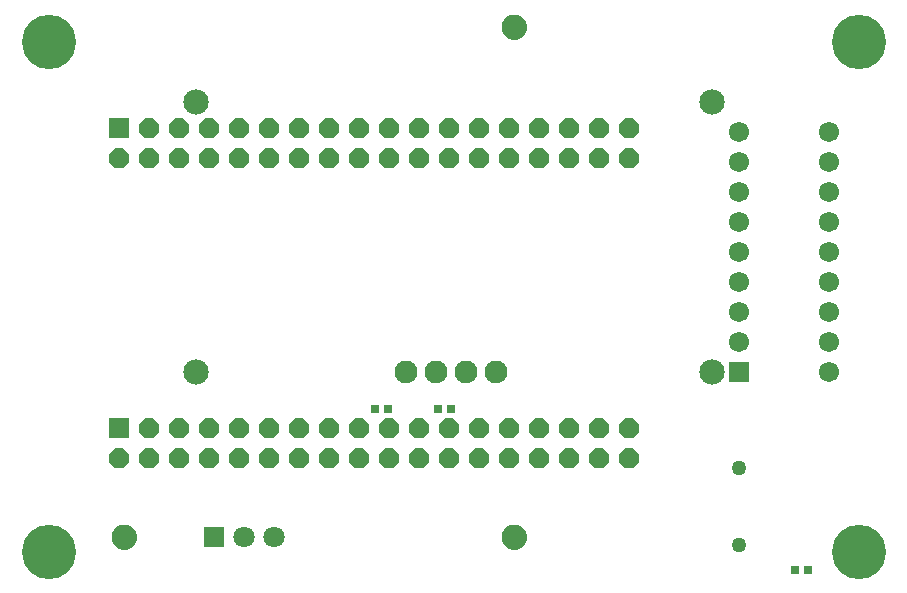
<source format=gbr>
G04 EAGLE Gerber RS-274X export*
G75*
%MOMM*%
%FSLAX34Y34*%
%LPD*%
%INSoldermask Top*%
%IPPOS*%
%AMOC8*
5,1,8,0,0,1.08239X$1,22.5*%
G01*
%ADD10C,2.152400*%
%ADD11C,1.930400*%
%ADD12C,1.272400*%
%ADD13R,1.803400X1.803400*%
%ADD14C,1.803400*%
%ADD15R,1.717037X1.717037*%
%ADD16C,1.717037*%
%ADD17R,1.676400X1.676400*%
%ADD18P,1.814519X8X22.500000*%
%ADD19R,0.762000X0.660400*%
%ADD20C,4.597400*%
%ADD21C,0.609600*%
%ADD22C,1.168400*%


D10*
X599440Y419100D03*
X162560Y419100D03*
X599440Y190500D03*
X162560Y190500D03*
D11*
X340360Y190500D03*
X365760Y190500D03*
X391160Y190500D03*
X416560Y190500D03*
D12*
X622300Y108700D03*
X622300Y43700D03*
D13*
X177800Y50800D03*
D14*
X203200Y50800D03*
X228600Y50800D03*
D15*
X622300Y190500D03*
D16*
X622300Y215900D03*
X622300Y241300D03*
X622300Y266700D03*
X622300Y292100D03*
X622300Y317500D03*
X622300Y342900D03*
X622300Y368300D03*
X622300Y393700D03*
X698500Y393700D03*
X698500Y368300D03*
X698500Y342900D03*
X698500Y317500D03*
X698500Y292100D03*
X698500Y266700D03*
X698500Y241300D03*
X698500Y215900D03*
X698500Y190500D03*
D17*
X97200Y396500D03*
D18*
X97200Y371100D03*
X122600Y396500D03*
X122600Y371100D03*
X148000Y396500D03*
X148000Y371100D03*
X173400Y396500D03*
X173400Y371100D03*
X198800Y396500D03*
X198800Y371100D03*
X224200Y396500D03*
X224200Y371100D03*
X249600Y396500D03*
X249600Y371100D03*
X275000Y396500D03*
X275000Y371100D03*
X300400Y396500D03*
X300400Y371100D03*
X325800Y396500D03*
X325800Y371100D03*
X351200Y396500D03*
X351200Y371100D03*
X376600Y396500D03*
X376600Y371100D03*
X402000Y396500D03*
X402000Y371100D03*
X427400Y396500D03*
X427400Y371100D03*
X452800Y396500D03*
X452800Y371100D03*
X478200Y396500D03*
X478200Y371100D03*
X503600Y396500D03*
X503600Y371100D03*
X529000Y396500D03*
X529000Y371100D03*
D17*
X97200Y142500D03*
D18*
X97200Y117100D03*
X122600Y142500D03*
X122600Y117100D03*
X148000Y142500D03*
X148000Y117100D03*
X173400Y142500D03*
X173400Y117100D03*
X198800Y142500D03*
X198800Y117100D03*
X224200Y142500D03*
X224200Y117100D03*
X249600Y142500D03*
X249600Y117100D03*
X275000Y142500D03*
X275000Y117100D03*
X300400Y142500D03*
X300400Y117100D03*
X325800Y142500D03*
X325800Y117100D03*
X351200Y142500D03*
X351200Y117100D03*
X376600Y142500D03*
X376600Y117100D03*
X402000Y142500D03*
X402000Y117100D03*
X427400Y142500D03*
X427400Y117100D03*
X452800Y142500D03*
X452800Y117100D03*
X478200Y142500D03*
X478200Y117100D03*
X503600Y142500D03*
X503600Y117100D03*
X529000Y142500D03*
X529000Y117100D03*
D19*
X314452Y158750D03*
X325628Y158750D03*
X367792Y158750D03*
X378968Y158750D03*
D20*
X38100Y38100D03*
X723900Y38100D03*
X723900Y469900D03*
X38100Y469900D03*
D21*
X424180Y482600D02*
X424182Y482787D01*
X424189Y482974D01*
X424201Y483161D01*
X424217Y483347D01*
X424237Y483533D01*
X424262Y483718D01*
X424292Y483903D01*
X424326Y484087D01*
X424365Y484270D01*
X424408Y484452D01*
X424456Y484632D01*
X424508Y484812D01*
X424565Y484990D01*
X424625Y485167D01*
X424691Y485342D01*
X424760Y485516D01*
X424834Y485688D01*
X424912Y485858D01*
X424994Y486026D01*
X425080Y486192D01*
X425170Y486356D01*
X425264Y486517D01*
X425362Y486677D01*
X425464Y486833D01*
X425570Y486988D01*
X425680Y487139D01*
X425793Y487288D01*
X425910Y487434D01*
X426030Y487577D01*
X426154Y487717D01*
X426281Y487854D01*
X426412Y487988D01*
X426546Y488119D01*
X426683Y488246D01*
X426823Y488370D01*
X426966Y488490D01*
X427112Y488607D01*
X427261Y488720D01*
X427412Y488830D01*
X427567Y488936D01*
X427723Y489038D01*
X427883Y489136D01*
X428044Y489230D01*
X428208Y489320D01*
X428374Y489406D01*
X428542Y489488D01*
X428712Y489566D01*
X428884Y489640D01*
X429058Y489709D01*
X429233Y489775D01*
X429410Y489835D01*
X429588Y489892D01*
X429768Y489944D01*
X429948Y489992D01*
X430130Y490035D01*
X430313Y490074D01*
X430497Y490108D01*
X430682Y490138D01*
X430867Y490163D01*
X431053Y490183D01*
X431239Y490199D01*
X431426Y490211D01*
X431613Y490218D01*
X431800Y490220D01*
X431987Y490218D01*
X432174Y490211D01*
X432361Y490199D01*
X432547Y490183D01*
X432733Y490163D01*
X432918Y490138D01*
X433103Y490108D01*
X433287Y490074D01*
X433470Y490035D01*
X433652Y489992D01*
X433832Y489944D01*
X434012Y489892D01*
X434190Y489835D01*
X434367Y489775D01*
X434542Y489709D01*
X434716Y489640D01*
X434888Y489566D01*
X435058Y489488D01*
X435226Y489406D01*
X435392Y489320D01*
X435556Y489230D01*
X435717Y489136D01*
X435877Y489038D01*
X436033Y488936D01*
X436188Y488830D01*
X436339Y488720D01*
X436488Y488607D01*
X436634Y488490D01*
X436777Y488370D01*
X436917Y488246D01*
X437054Y488119D01*
X437188Y487988D01*
X437319Y487854D01*
X437446Y487717D01*
X437570Y487577D01*
X437690Y487434D01*
X437807Y487288D01*
X437920Y487139D01*
X438030Y486988D01*
X438136Y486833D01*
X438238Y486677D01*
X438336Y486517D01*
X438430Y486356D01*
X438520Y486192D01*
X438606Y486026D01*
X438688Y485858D01*
X438766Y485688D01*
X438840Y485516D01*
X438909Y485342D01*
X438975Y485167D01*
X439035Y484990D01*
X439092Y484812D01*
X439144Y484632D01*
X439192Y484452D01*
X439235Y484270D01*
X439274Y484087D01*
X439308Y483903D01*
X439338Y483718D01*
X439363Y483533D01*
X439383Y483347D01*
X439399Y483161D01*
X439411Y482974D01*
X439418Y482787D01*
X439420Y482600D01*
X439418Y482413D01*
X439411Y482226D01*
X439399Y482039D01*
X439383Y481853D01*
X439363Y481667D01*
X439338Y481482D01*
X439308Y481297D01*
X439274Y481113D01*
X439235Y480930D01*
X439192Y480748D01*
X439144Y480568D01*
X439092Y480388D01*
X439035Y480210D01*
X438975Y480033D01*
X438909Y479858D01*
X438840Y479684D01*
X438766Y479512D01*
X438688Y479342D01*
X438606Y479174D01*
X438520Y479008D01*
X438430Y478844D01*
X438336Y478683D01*
X438238Y478523D01*
X438136Y478367D01*
X438030Y478212D01*
X437920Y478061D01*
X437807Y477912D01*
X437690Y477766D01*
X437570Y477623D01*
X437446Y477483D01*
X437319Y477346D01*
X437188Y477212D01*
X437054Y477081D01*
X436917Y476954D01*
X436777Y476830D01*
X436634Y476710D01*
X436488Y476593D01*
X436339Y476480D01*
X436188Y476370D01*
X436033Y476264D01*
X435877Y476162D01*
X435717Y476064D01*
X435556Y475970D01*
X435392Y475880D01*
X435226Y475794D01*
X435058Y475712D01*
X434888Y475634D01*
X434716Y475560D01*
X434542Y475491D01*
X434367Y475425D01*
X434190Y475365D01*
X434012Y475308D01*
X433832Y475256D01*
X433652Y475208D01*
X433470Y475165D01*
X433287Y475126D01*
X433103Y475092D01*
X432918Y475062D01*
X432733Y475037D01*
X432547Y475017D01*
X432361Y475001D01*
X432174Y474989D01*
X431987Y474982D01*
X431800Y474980D01*
X431613Y474982D01*
X431426Y474989D01*
X431239Y475001D01*
X431053Y475017D01*
X430867Y475037D01*
X430682Y475062D01*
X430497Y475092D01*
X430313Y475126D01*
X430130Y475165D01*
X429948Y475208D01*
X429768Y475256D01*
X429588Y475308D01*
X429410Y475365D01*
X429233Y475425D01*
X429058Y475491D01*
X428884Y475560D01*
X428712Y475634D01*
X428542Y475712D01*
X428374Y475794D01*
X428208Y475880D01*
X428044Y475970D01*
X427883Y476064D01*
X427723Y476162D01*
X427567Y476264D01*
X427412Y476370D01*
X427261Y476480D01*
X427112Y476593D01*
X426966Y476710D01*
X426823Y476830D01*
X426683Y476954D01*
X426546Y477081D01*
X426412Y477212D01*
X426281Y477346D01*
X426154Y477483D01*
X426030Y477623D01*
X425910Y477766D01*
X425793Y477912D01*
X425680Y478061D01*
X425570Y478212D01*
X425464Y478367D01*
X425362Y478523D01*
X425264Y478683D01*
X425170Y478844D01*
X425080Y479008D01*
X424994Y479174D01*
X424912Y479342D01*
X424834Y479512D01*
X424760Y479684D01*
X424691Y479858D01*
X424625Y480033D01*
X424565Y480210D01*
X424508Y480388D01*
X424456Y480568D01*
X424408Y480748D01*
X424365Y480930D01*
X424326Y481113D01*
X424292Y481297D01*
X424262Y481482D01*
X424237Y481667D01*
X424217Y481853D01*
X424201Y482039D01*
X424189Y482226D01*
X424182Y482413D01*
X424180Y482600D01*
D22*
X431800Y482600D03*
D21*
X424180Y50800D02*
X424182Y50987D01*
X424189Y51174D01*
X424201Y51361D01*
X424217Y51547D01*
X424237Y51733D01*
X424262Y51918D01*
X424292Y52103D01*
X424326Y52287D01*
X424365Y52470D01*
X424408Y52652D01*
X424456Y52832D01*
X424508Y53012D01*
X424565Y53190D01*
X424625Y53367D01*
X424691Y53542D01*
X424760Y53716D01*
X424834Y53888D01*
X424912Y54058D01*
X424994Y54226D01*
X425080Y54392D01*
X425170Y54556D01*
X425264Y54717D01*
X425362Y54877D01*
X425464Y55033D01*
X425570Y55188D01*
X425680Y55339D01*
X425793Y55488D01*
X425910Y55634D01*
X426030Y55777D01*
X426154Y55917D01*
X426281Y56054D01*
X426412Y56188D01*
X426546Y56319D01*
X426683Y56446D01*
X426823Y56570D01*
X426966Y56690D01*
X427112Y56807D01*
X427261Y56920D01*
X427412Y57030D01*
X427567Y57136D01*
X427723Y57238D01*
X427883Y57336D01*
X428044Y57430D01*
X428208Y57520D01*
X428374Y57606D01*
X428542Y57688D01*
X428712Y57766D01*
X428884Y57840D01*
X429058Y57909D01*
X429233Y57975D01*
X429410Y58035D01*
X429588Y58092D01*
X429768Y58144D01*
X429948Y58192D01*
X430130Y58235D01*
X430313Y58274D01*
X430497Y58308D01*
X430682Y58338D01*
X430867Y58363D01*
X431053Y58383D01*
X431239Y58399D01*
X431426Y58411D01*
X431613Y58418D01*
X431800Y58420D01*
X431987Y58418D01*
X432174Y58411D01*
X432361Y58399D01*
X432547Y58383D01*
X432733Y58363D01*
X432918Y58338D01*
X433103Y58308D01*
X433287Y58274D01*
X433470Y58235D01*
X433652Y58192D01*
X433832Y58144D01*
X434012Y58092D01*
X434190Y58035D01*
X434367Y57975D01*
X434542Y57909D01*
X434716Y57840D01*
X434888Y57766D01*
X435058Y57688D01*
X435226Y57606D01*
X435392Y57520D01*
X435556Y57430D01*
X435717Y57336D01*
X435877Y57238D01*
X436033Y57136D01*
X436188Y57030D01*
X436339Y56920D01*
X436488Y56807D01*
X436634Y56690D01*
X436777Y56570D01*
X436917Y56446D01*
X437054Y56319D01*
X437188Y56188D01*
X437319Y56054D01*
X437446Y55917D01*
X437570Y55777D01*
X437690Y55634D01*
X437807Y55488D01*
X437920Y55339D01*
X438030Y55188D01*
X438136Y55033D01*
X438238Y54877D01*
X438336Y54717D01*
X438430Y54556D01*
X438520Y54392D01*
X438606Y54226D01*
X438688Y54058D01*
X438766Y53888D01*
X438840Y53716D01*
X438909Y53542D01*
X438975Y53367D01*
X439035Y53190D01*
X439092Y53012D01*
X439144Y52832D01*
X439192Y52652D01*
X439235Y52470D01*
X439274Y52287D01*
X439308Y52103D01*
X439338Y51918D01*
X439363Y51733D01*
X439383Y51547D01*
X439399Y51361D01*
X439411Y51174D01*
X439418Y50987D01*
X439420Y50800D01*
X439418Y50613D01*
X439411Y50426D01*
X439399Y50239D01*
X439383Y50053D01*
X439363Y49867D01*
X439338Y49682D01*
X439308Y49497D01*
X439274Y49313D01*
X439235Y49130D01*
X439192Y48948D01*
X439144Y48768D01*
X439092Y48588D01*
X439035Y48410D01*
X438975Y48233D01*
X438909Y48058D01*
X438840Y47884D01*
X438766Y47712D01*
X438688Y47542D01*
X438606Y47374D01*
X438520Y47208D01*
X438430Y47044D01*
X438336Y46883D01*
X438238Y46723D01*
X438136Y46567D01*
X438030Y46412D01*
X437920Y46261D01*
X437807Y46112D01*
X437690Y45966D01*
X437570Y45823D01*
X437446Y45683D01*
X437319Y45546D01*
X437188Y45412D01*
X437054Y45281D01*
X436917Y45154D01*
X436777Y45030D01*
X436634Y44910D01*
X436488Y44793D01*
X436339Y44680D01*
X436188Y44570D01*
X436033Y44464D01*
X435877Y44362D01*
X435717Y44264D01*
X435556Y44170D01*
X435392Y44080D01*
X435226Y43994D01*
X435058Y43912D01*
X434888Y43834D01*
X434716Y43760D01*
X434542Y43691D01*
X434367Y43625D01*
X434190Y43565D01*
X434012Y43508D01*
X433832Y43456D01*
X433652Y43408D01*
X433470Y43365D01*
X433287Y43326D01*
X433103Y43292D01*
X432918Y43262D01*
X432733Y43237D01*
X432547Y43217D01*
X432361Y43201D01*
X432174Y43189D01*
X431987Y43182D01*
X431800Y43180D01*
X431613Y43182D01*
X431426Y43189D01*
X431239Y43201D01*
X431053Y43217D01*
X430867Y43237D01*
X430682Y43262D01*
X430497Y43292D01*
X430313Y43326D01*
X430130Y43365D01*
X429948Y43408D01*
X429768Y43456D01*
X429588Y43508D01*
X429410Y43565D01*
X429233Y43625D01*
X429058Y43691D01*
X428884Y43760D01*
X428712Y43834D01*
X428542Y43912D01*
X428374Y43994D01*
X428208Y44080D01*
X428044Y44170D01*
X427883Y44264D01*
X427723Y44362D01*
X427567Y44464D01*
X427412Y44570D01*
X427261Y44680D01*
X427112Y44793D01*
X426966Y44910D01*
X426823Y45030D01*
X426683Y45154D01*
X426546Y45281D01*
X426412Y45412D01*
X426281Y45546D01*
X426154Y45683D01*
X426030Y45823D01*
X425910Y45966D01*
X425793Y46112D01*
X425680Y46261D01*
X425570Y46412D01*
X425464Y46567D01*
X425362Y46723D01*
X425264Y46883D01*
X425170Y47044D01*
X425080Y47208D01*
X424994Y47374D01*
X424912Y47542D01*
X424834Y47712D01*
X424760Y47884D01*
X424691Y48058D01*
X424625Y48233D01*
X424565Y48410D01*
X424508Y48588D01*
X424456Y48768D01*
X424408Y48948D01*
X424365Y49130D01*
X424326Y49313D01*
X424292Y49497D01*
X424262Y49682D01*
X424237Y49867D01*
X424217Y50053D01*
X424201Y50239D01*
X424189Y50426D01*
X424182Y50613D01*
X424180Y50800D01*
D22*
X431800Y50800D03*
D21*
X93980Y50800D02*
X93982Y50987D01*
X93989Y51174D01*
X94001Y51361D01*
X94017Y51547D01*
X94037Y51733D01*
X94062Y51918D01*
X94092Y52103D01*
X94126Y52287D01*
X94165Y52470D01*
X94208Y52652D01*
X94256Y52832D01*
X94308Y53012D01*
X94365Y53190D01*
X94425Y53367D01*
X94491Y53542D01*
X94560Y53716D01*
X94634Y53888D01*
X94712Y54058D01*
X94794Y54226D01*
X94880Y54392D01*
X94970Y54556D01*
X95064Y54717D01*
X95162Y54877D01*
X95264Y55033D01*
X95370Y55188D01*
X95480Y55339D01*
X95593Y55488D01*
X95710Y55634D01*
X95830Y55777D01*
X95954Y55917D01*
X96081Y56054D01*
X96212Y56188D01*
X96346Y56319D01*
X96483Y56446D01*
X96623Y56570D01*
X96766Y56690D01*
X96912Y56807D01*
X97061Y56920D01*
X97212Y57030D01*
X97367Y57136D01*
X97523Y57238D01*
X97683Y57336D01*
X97844Y57430D01*
X98008Y57520D01*
X98174Y57606D01*
X98342Y57688D01*
X98512Y57766D01*
X98684Y57840D01*
X98858Y57909D01*
X99033Y57975D01*
X99210Y58035D01*
X99388Y58092D01*
X99568Y58144D01*
X99748Y58192D01*
X99930Y58235D01*
X100113Y58274D01*
X100297Y58308D01*
X100482Y58338D01*
X100667Y58363D01*
X100853Y58383D01*
X101039Y58399D01*
X101226Y58411D01*
X101413Y58418D01*
X101600Y58420D01*
X101787Y58418D01*
X101974Y58411D01*
X102161Y58399D01*
X102347Y58383D01*
X102533Y58363D01*
X102718Y58338D01*
X102903Y58308D01*
X103087Y58274D01*
X103270Y58235D01*
X103452Y58192D01*
X103632Y58144D01*
X103812Y58092D01*
X103990Y58035D01*
X104167Y57975D01*
X104342Y57909D01*
X104516Y57840D01*
X104688Y57766D01*
X104858Y57688D01*
X105026Y57606D01*
X105192Y57520D01*
X105356Y57430D01*
X105517Y57336D01*
X105677Y57238D01*
X105833Y57136D01*
X105988Y57030D01*
X106139Y56920D01*
X106288Y56807D01*
X106434Y56690D01*
X106577Y56570D01*
X106717Y56446D01*
X106854Y56319D01*
X106988Y56188D01*
X107119Y56054D01*
X107246Y55917D01*
X107370Y55777D01*
X107490Y55634D01*
X107607Y55488D01*
X107720Y55339D01*
X107830Y55188D01*
X107936Y55033D01*
X108038Y54877D01*
X108136Y54717D01*
X108230Y54556D01*
X108320Y54392D01*
X108406Y54226D01*
X108488Y54058D01*
X108566Y53888D01*
X108640Y53716D01*
X108709Y53542D01*
X108775Y53367D01*
X108835Y53190D01*
X108892Y53012D01*
X108944Y52832D01*
X108992Y52652D01*
X109035Y52470D01*
X109074Y52287D01*
X109108Y52103D01*
X109138Y51918D01*
X109163Y51733D01*
X109183Y51547D01*
X109199Y51361D01*
X109211Y51174D01*
X109218Y50987D01*
X109220Y50800D01*
X109218Y50613D01*
X109211Y50426D01*
X109199Y50239D01*
X109183Y50053D01*
X109163Y49867D01*
X109138Y49682D01*
X109108Y49497D01*
X109074Y49313D01*
X109035Y49130D01*
X108992Y48948D01*
X108944Y48768D01*
X108892Y48588D01*
X108835Y48410D01*
X108775Y48233D01*
X108709Y48058D01*
X108640Y47884D01*
X108566Y47712D01*
X108488Y47542D01*
X108406Y47374D01*
X108320Y47208D01*
X108230Y47044D01*
X108136Y46883D01*
X108038Y46723D01*
X107936Y46567D01*
X107830Y46412D01*
X107720Y46261D01*
X107607Y46112D01*
X107490Y45966D01*
X107370Y45823D01*
X107246Y45683D01*
X107119Y45546D01*
X106988Y45412D01*
X106854Y45281D01*
X106717Y45154D01*
X106577Y45030D01*
X106434Y44910D01*
X106288Y44793D01*
X106139Y44680D01*
X105988Y44570D01*
X105833Y44464D01*
X105677Y44362D01*
X105517Y44264D01*
X105356Y44170D01*
X105192Y44080D01*
X105026Y43994D01*
X104858Y43912D01*
X104688Y43834D01*
X104516Y43760D01*
X104342Y43691D01*
X104167Y43625D01*
X103990Y43565D01*
X103812Y43508D01*
X103632Y43456D01*
X103452Y43408D01*
X103270Y43365D01*
X103087Y43326D01*
X102903Y43292D01*
X102718Y43262D01*
X102533Y43237D01*
X102347Y43217D01*
X102161Y43201D01*
X101974Y43189D01*
X101787Y43182D01*
X101600Y43180D01*
X101413Y43182D01*
X101226Y43189D01*
X101039Y43201D01*
X100853Y43217D01*
X100667Y43237D01*
X100482Y43262D01*
X100297Y43292D01*
X100113Y43326D01*
X99930Y43365D01*
X99748Y43408D01*
X99568Y43456D01*
X99388Y43508D01*
X99210Y43565D01*
X99033Y43625D01*
X98858Y43691D01*
X98684Y43760D01*
X98512Y43834D01*
X98342Y43912D01*
X98174Y43994D01*
X98008Y44080D01*
X97844Y44170D01*
X97683Y44264D01*
X97523Y44362D01*
X97367Y44464D01*
X97212Y44570D01*
X97061Y44680D01*
X96912Y44793D01*
X96766Y44910D01*
X96623Y45030D01*
X96483Y45154D01*
X96346Y45281D01*
X96212Y45412D01*
X96081Y45546D01*
X95954Y45683D01*
X95830Y45823D01*
X95710Y45966D01*
X95593Y46112D01*
X95480Y46261D01*
X95370Y46412D01*
X95264Y46567D01*
X95162Y46723D01*
X95064Y46883D01*
X94970Y47044D01*
X94880Y47208D01*
X94794Y47374D01*
X94712Y47542D01*
X94634Y47712D01*
X94560Y47884D01*
X94491Y48058D01*
X94425Y48233D01*
X94365Y48410D01*
X94308Y48588D01*
X94256Y48768D01*
X94208Y48948D01*
X94165Y49130D01*
X94126Y49313D01*
X94092Y49497D01*
X94062Y49682D01*
X94037Y49867D01*
X94017Y50053D01*
X94001Y50239D01*
X93989Y50426D01*
X93982Y50613D01*
X93980Y50800D01*
D22*
X101600Y50800D03*
D19*
X670052Y22860D03*
X681228Y22860D03*
M02*

</source>
